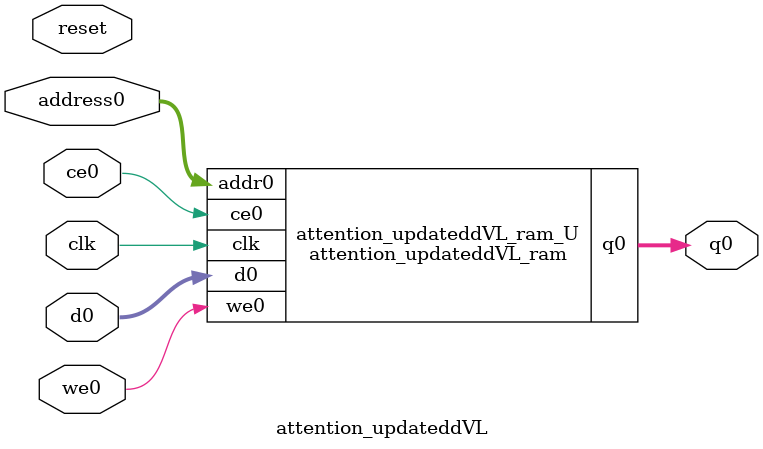
<source format=v>
`timescale 1 ns / 1 ps
module attention_updateddVL_ram (addr0, ce0, d0, we0, q0,  clk);

parameter DWIDTH = 32;
parameter AWIDTH = 14;
parameter MEM_SIZE = 9216;

input[AWIDTH-1:0] addr0;
input ce0;
input[DWIDTH-1:0] d0;
input we0;
output reg[DWIDTH-1:0] q0;
input clk;

(* ram_style = "block" *)reg [DWIDTH-1:0] ram[0:MEM_SIZE-1];




always @(posedge clk)  
begin 
    if (ce0) begin
        if (we0) 
            ram[addr0] <= d0; 
        q0 <= ram[addr0];
    end
end


endmodule

`timescale 1 ns / 1 ps
module attention_updateddVL(
    reset,
    clk,
    address0,
    ce0,
    we0,
    d0,
    q0);

parameter DataWidth = 32'd32;
parameter AddressRange = 32'd9216;
parameter AddressWidth = 32'd14;
input reset;
input clk;
input[AddressWidth - 1:0] address0;
input ce0;
input we0;
input[DataWidth - 1:0] d0;
output[DataWidth - 1:0] q0;



attention_updateddVL_ram attention_updateddVL_ram_U(
    .clk( clk ),
    .addr0( address0 ),
    .ce0( ce0 ),
    .we0( we0 ),
    .d0( d0 ),
    .q0( q0 ));

endmodule


</source>
